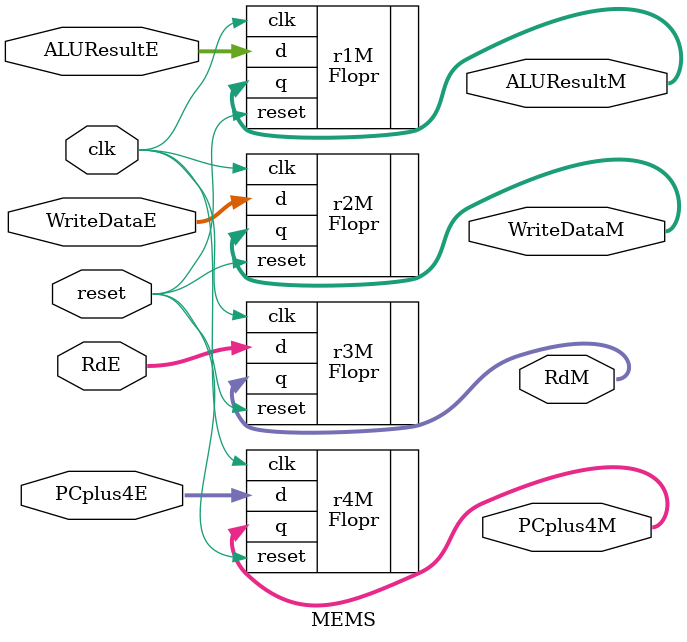
<source format=v>
`timescale 1ns / 1ps

module MEMS(
input 		 clk,reset,
input [31:0] ALUResultE,WriteDataE,PCplus4E,
input [4:0] RdE,

output [31:0] ALUResultM,WriteDataM,PCplus4M,
output [4:0] RdM
);

Flopr #(32) r1M(
	.clk(clk), 
	.reset(reset), 
	.d(ALUResultE), 
	
	.q(ALUResultM)
);
Flopr #(32) r2M(
	.clk(clk), 
	.reset(reset), 
	.d(WriteDataE), 
	
	.q(WriteDataM)
);
Flopr #(32) r3M(
	.clk(clk), 
	.reset(reset), 
	.d(RdE), 
	
	.q(RdM)
);
Flopr #(32) r4M(
	.clk(clk), 
	.reset(reset), 
	.d(PCplus4E), 
	
	.q(PCplus4M)
);

endmodule
</source>
